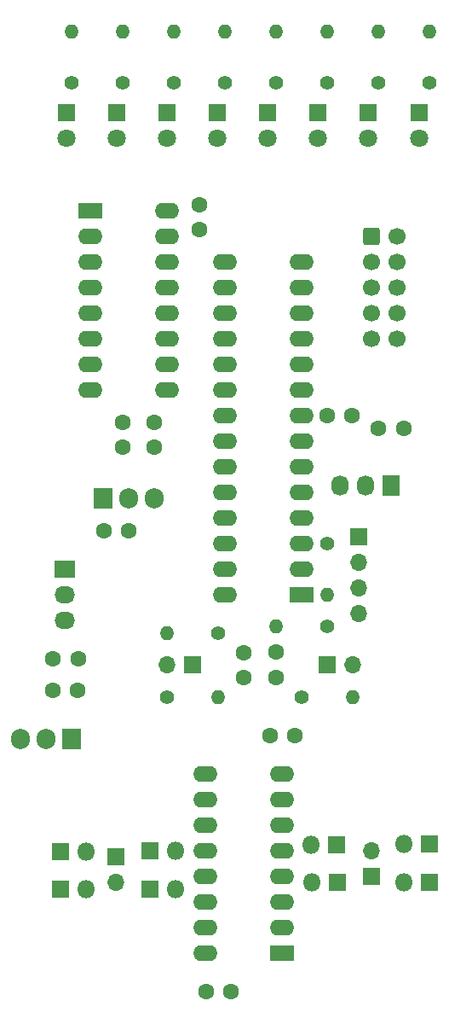
<source format=gbr>
%TF.GenerationSoftware,KiCad,Pcbnew,7.0.1*%
%TF.CreationDate,2023-03-14T16:08:27+01:00*%
%TF.ProjectId,CxCat,43784361-742e-46b6-9963-61645f706362,rev?*%
%TF.SameCoordinates,Original*%
%TF.FileFunction,Soldermask,Bot*%
%TF.FilePolarity,Negative*%
%FSLAX46Y46*%
G04 Gerber Fmt 4.6, Leading zero omitted, Abs format (unit mm)*
G04 Created by KiCad (PCBNEW 7.0.1) date 2023-03-14 16:08:27*
%MOMM*%
%LPD*%
G01*
G04 APERTURE LIST*
G04 Aperture macros list*
%AMRoundRect*
0 Rectangle with rounded corners*
0 $1 Rounding radius*
0 $2 $3 $4 $5 $6 $7 $8 $9 X,Y pos of 4 corners*
0 Add a 4 corners polygon primitive as box body*
4,1,4,$2,$3,$4,$5,$6,$7,$8,$9,$2,$3,0*
0 Add four circle primitives for the rounded corners*
1,1,$1+$1,$2,$3*
1,1,$1+$1,$4,$5*
1,1,$1+$1,$6,$7*
1,1,$1+$1,$8,$9*
0 Add four rect primitives between the rounded corners*
20,1,$1+$1,$2,$3,$4,$5,0*
20,1,$1+$1,$4,$5,$6,$7,0*
20,1,$1+$1,$6,$7,$8,$9,0*
20,1,$1+$1,$8,$9,$2,$3,0*%
G04 Aperture macros list end*
%ADD10C,1.600000*%
%ADD11C,1.400000*%
%ADD12O,1.400000X1.400000*%
%ADD13R,1.700000X1.700000*%
%ADD14O,1.700000X1.700000*%
%ADD15R,2.030000X1.730000*%
%ADD16O,2.030000X1.730000*%
%ADD17R,1.730000X2.030000*%
%ADD18O,1.730000X2.030000*%
%ADD19R,2.400000X1.600000*%
%ADD20O,2.400000X1.600000*%
%ADD21RoundRect,0.250000X-0.600000X-0.600000X0.600000X-0.600000X0.600000X0.600000X-0.600000X0.600000X0*%
%ADD22C,1.700000*%
%ADD23R,1.800000X1.800000*%
%ADD24O,1.800000X1.800000*%
%ADD25C,1.800000*%
%ADD26R,1.905000X2.000000*%
%ADD27O,1.905000X2.000000*%
G04 APERTURE END LIST*
D10*
%TO.C,C1*%
X58380000Y-78740000D03*
X55880000Y-78740000D03*
%TD*%
D11*
%TO.C,R11*%
X40005000Y-106680000D03*
D12*
X45085000Y-106680000D03*
%TD*%
D10*
%TO.C,C9*%
X31135000Y-102870000D03*
X28635000Y-102870000D03*
%TD*%
D13*
%TO.C,M1*%
X60325000Y-124460000D03*
D14*
X60325000Y-121920000D03*
%TD*%
D15*
%TO.C,J3*%
X29845000Y-93980000D03*
D16*
X29845000Y-96520000D03*
X29845000Y-99060000D03*
%TD*%
D17*
%TO.C,J2*%
X62230000Y-85725000D03*
D18*
X59690000Y-85725000D03*
X57150000Y-85725000D03*
%TD*%
D19*
%TO.C,U3*%
X51435000Y-132080000D03*
D20*
X51435000Y-129540000D03*
X51435000Y-127000000D03*
X51435000Y-124460000D03*
X51435000Y-121920000D03*
X51435000Y-119380000D03*
X51435000Y-116840000D03*
X51435000Y-114300000D03*
X43815000Y-114300000D03*
X43815000Y-116840000D03*
X43815000Y-119380000D03*
X43815000Y-121920000D03*
X43815000Y-124460000D03*
X43815000Y-127000000D03*
X43815000Y-129540000D03*
X43815000Y-132080000D03*
%TD*%
D13*
%TO.C,J4*%
X59055000Y-90805000D03*
D14*
X59055000Y-93345000D03*
X59055000Y-95885000D03*
X59055000Y-98425000D03*
%TD*%
D11*
%TO.C,R14*%
X53340000Y-106680000D03*
D12*
X58420000Y-106680000D03*
%TD*%
D21*
%TO.C,J1*%
X60325000Y-60960000D03*
D22*
X62865000Y-60960000D03*
X60325000Y-63500000D03*
X62865000Y-63500000D03*
X60325000Y-66040000D03*
X62865000Y-66040000D03*
X60325000Y-68580000D03*
X62865000Y-68580000D03*
X60325000Y-71120000D03*
X62865000Y-71120000D03*
%TD*%
D19*
%TO.C,U5*%
X32385000Y-58420000D03*
D20*
X32385000Y-60960000D03*
X32385000Y-63500000D03*
X32385000Y-66040000D03*
X32385000Y-68580000D03*
X32385000Y-71120000D03*
X32385000Y-73660000D03*
X32385000Y-76200000D03*
X40005000Y-76200000D03*
X40005000Y-73660000D03*
X40005000Y-71120000D03*
X40005000Y-68580000D03*
X40005000Y-66040000D03*
X40005000Y-63500000D03*
X40005000Y-60960000D03*
X40005000Y-58420000D03*
%TD*%
D13*
%TO.C,M2*%
X34925000Y-122550000D03*
D14*
X34925000Y-125090000D03*
%TD*%
D23*
%TO.C,D11*%
X66040000Y-121285000D03*
D24*
X63500000Y-121285000D03*
%TD*%
D10*
%TO.C,C6*%
X36175000Y-90170000D03*
X33675000Y-90170000D03*
%TD*%
D23*
%TO.C,D10*%
X38325000Y-125730000D03*
D24*
X40865000Y-125730000D03*
%TD*%
D23*
%TO.C,D7*%
X30000000Y-48725000D03*
D25*
X30000000Y-51265000D03*
%TD*%
D23*
%TO.C,D2*%
X55000000Y-48725000D03*
D25*
X55000000Y-51265000D03*
%TD*%
D10*
%TO.C,C3*%
X52705000Y-110490000D03*
X50205000Y-110490000D03*
%TD*%
D11*
%TO.C,R9*%
X66040000Y-45720000D03*
D12*
X66040000Y-40640000D03*
%TD*%
D11*
%TO.C,R8*%
X30480000Y-45720000D03*
D12*
X30480000Y-40640000D03*
%TD*%
D11*
%TO.C,R5*%
X45720000Y-45720000D03*
D12*
X45720000Y-40640000D03*
%TD*%
D23*
%TO.C,D5*%
X40000000Y-48725000D03*
D25*
X40000000Y-51265000D03*
%TD*%
D10*
%TO.C,C5*%
X31115000Y-106045000D03*
X28615000Y-106045000D03*
%TD*%
D11*
%TO.C,R10*%
X45085000Y-100330000D03*
D12*
X40005000Y-100330000D03*
%TD*%
D19*
%TO.C,U2*%
X53340000Y-96520000D03*
D20*
X53340000Y-93980000D03*
X53340000Y-91440000D03*
X53340000Y-88900000D03*
X53340000Y-86360000D03*
X53340000Y-83820000D03*
X53340000Y-81280000D03*
X53340000Y-78740000D03*
X53340000Y-76200000D03*
X53340000Y-73660000D03*
X53340000Y-71120000D03*
X53340000Y-68580000D03*
X53340000Y-66040000D03*
X53340000Y-63500000D03*
X45720000Y-63500000D03*
X45720000Y-66040000D03*
X45720000Y-68580000D03*
X45720000Y-71120000D03*
X45720000Y-73660000D03*
X45720000Y-76200000D03*
X45720000Y-78740000D03*
X45720000Y-81280000D03*
X45720000Y-83820000D03*
X45720000Y-86360000D03*
X45720000Y-88900000D03*
X45720000Y-91440000D03*
X45720000Y-93980000D03*
X45720000Y-96520000D03*
%TD*%
D23*
%TO.C,D6*%
X35000000Y-48725000D03*
D25*
X35000000Y-51265000D03*
%TD*%
D23*
%TO.C,D9*%
X29435000Y-125730000D03*
D24*
X31975000Y-125730000D03*
%TD*%
D11*
%TO.C,R2*%
X60960000Y-45720000D03*
D12*
X60960000Y-40640000D03*
%TD*%
D23*
%TO.C,D14*%
X38325000Y-121920000D03*
D24*
X40865000Y-121920000D03*
%TD*%
D23*
%TO.C,D13*%
X29371209Y-121980096D03*
D24*
X31911209Y-121980096D03*
%TD*%
D23*
%TO.C,D1*%
X60000000Y-48725000D03*
D25*
X60000000Y-51265000D03*
%TD*%
D11*
%TO.C,R6*%
X40640000Y-45720000D03*
D12*
X40640000Y-40640000D03*
%TD*%
D26*
%TO.C,U1*%
X30480000Y-110815000D03*
D27*
X27940000Y-110815000D03*
X25400000Y-110815000D03*
%TD*%
D13*
%TO.C,SW2*%
X42545000Y-103505000D03*
D14*
X40005000Y-103505000D03*
%TD*%
D10*
%TO.C,C13*%
X50800000Y-104735000D03*
X50800000Y-102235000D03*
%TD*%
%TO.C,C10*%
X60980000Y-80010000D03*
X63480000Y-80010000D03*
%TD*%
%TO.C,C7*%
X35560000Y-81915000D03*
X35560000Y-79415000D03*
%TD*%
D11*
%TO.C,R4*%
X50800000Y-45720000D03*
D12*
X50800000Y-40640000D03*
%TD*%
D26*
%TO.C,U4*%
X33655000Y-86995000D03*
D27*
X36195000Y-86995000D03*
X38735000Y-86995000D03*
%TD*%
D23*
%TO.C,D16*%
X56925000Y-125095000D03*
D24*
X54385000Y-125095000D03*
%TD*%
D23*
%TO.C,D3*%
X50000000Y-48725000D03*
D25*
X50000000Y-51265000D03*
%TD*%
D11*
%TO.C,R3*%
X55880000Y-45720000D03*
D12*
X55880000Y-40640000D03*
%TD*%
D11*
%TO.C,R15*%
X55880000Y-99695000D03*
D12*
X50800000Y-99695000D03*
%TD*%
D23*
%TO.C,D4*%
X45000000Y-48725000D03*
D25*
X45000000Y-51265000D03*
%TD*%
D23*
%TO.C,D12*%
X56812063Y-121321651D03*
D24*
X54272063Y-121321651D03*
%TD*%
D10*
%TO.C,C11*%
X47625000Y-102255000D03*
X47625000Y-104755000D03*
%TD*%
%TO.C,C2*%
X38735000Y-81895000D03*
X38735000Y-79395000D03*
%TD*%
%TO.C,C8*%
X43180000Y-57805000D03*
X43180000Y-60305000D03*
%TD*%
D11*
%TO.C,R7*%
X35560000Y-45720000D03*
D12*
X35560000Y-40640000D03*
%TD*%
D10*
%TO.C,C4*%
X43835000Y-135890000D03*
X46335000Y-135890000D03*
%TD*%
D23*
%TO.C,D8*%
X65000000Y-48725000D03*
D25*
X65000000Y-51265000D03*
%TD*%
D23*
%TO.C,D15*%
X66040000Y-125095000D03*
D24*
X63500000Y-125095000D03*
%TD*%
D11*
%TO.C,R1*%
X55880000Y-91440000D03*
D12*
X55880000Y-96520000D03*
%TD*%
D13*
%TO.C,SW3*%
X55875000Y-103505000D03*
D14*
X58415000Y-103505000D03*
%TD*%
M02*

</source>
